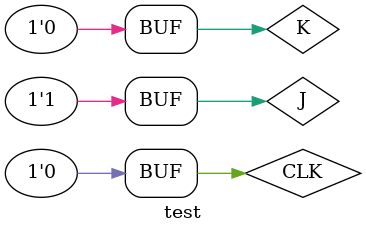
<source format=v>
`timescale 1ns / 1ps


module test;

	// Inputs
	reg J;
	reg K;
	reg CLK;

	// Outputs
	wire Q;
	wire Qn;

	// Instantiate the Unit Under Test (UUT)
	demo10 uut (
		.J(J), 
		.K(K), 
		.CLK(CLK), 
		.Q(Q), 
		.Qn(Qn)
	);

	initial begin
		// Initialize Inputs
		J = 0;
		K = 0;
		CLK = 0;

		// Wait 100 ns for global reset to finish
		#100;
        
		// Add stimulus here
		J = 0;K = 0;CLK = 1;
		
		#100;
		J = 0;K = 1;CLK = 0;
		
		#100;
		J = 1;K = 0;CLK = 1;
		
		#100;
		J = 1;K = 1;CLK = 0;
		
		#100;
		J = 0;K = 0;CLK = 1;
		
		#100;
		J = 1;K = 0;CLK = 0;
		

	end
      
endmodule


</source>
